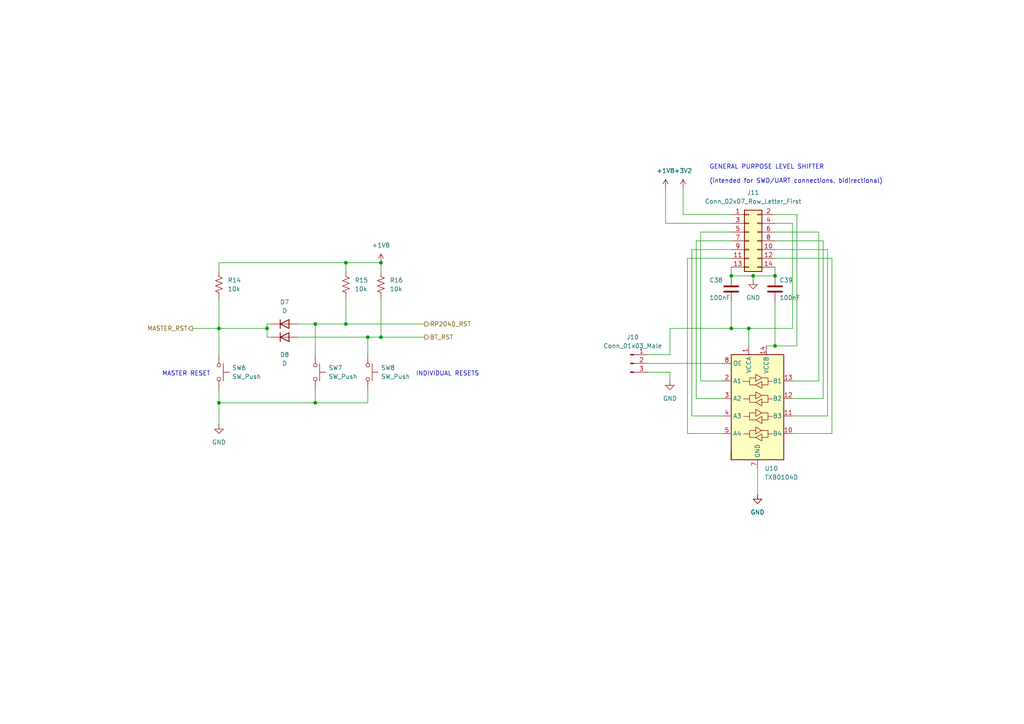
<source format=kicad_sch>
(kicad_sch (version 20230121) (generator eeschema)
  (paper "A4")
  (title_block (title "Debug (Resets & Voltage Shifter)") (rev "A") (company "Matthew Mirvish") (comment 1 "MWatch -- a cool smartwatch"))
  (lib_symbols
    (symbol "3v2:+3V2" (power) (pin_names (offset 0))
      (property "Value" "+3V2" (at 0 3.556 0))
      (symbol "+3V2_0_1"
        (polyline (pts (xy -0.762 1.27) (xy 0 2.54)))
        (polyline (pts (xy 0 0) (xy 0 2.54)))
        (polyline (pts (xy 0 2.54) (xy 0.762 1.27)))
      )
      (symbol "+3V2_1_1"
        (pin power_in line (at 0 0 90) (length 0) hide (name "+3V2") (number "1"))
      )
    )
    (symbol "Connector:Conn_01x03_Male" (pin_names (offset 1.016) hide)
      (property "Reference" "J" (at 0 5.08 0))
      (property "Value" "Conn_01x03_Male" (at 0 -5.08 0))
      (symbol "Conn_01x03_Male_1_1"
        (polyline (pts (xy 1.27 -2.54) (xy 0.8636 -2.54)) (stroke (width 0.1524)))
        (polyline (pts (xy 1.27 0) (xy 0.8636 0)) (stroke (width 0.1524)))
        (polyline (pts (xy 1.27 2.54) (xy 0.8636 2.54)) (stroke (width 0.1524)))
        (rectangle (start 0.8636 -2.413) (end 0 -2.667) (stroke (width 0.1524)) (fill (type outline)))
        (rectangle (start 0.8636 0.127) (end 0 -0.127) (stroke (width 0.1524)) (fill (type outline)))
        (rectangle (start 0.8636 2.667) (end 0 2.413) (stroke (width 0.1524)) (fill (type outline)))
        (pin passive line (at 5.08 2.54 180) (length 3.81) (name "Pin_1") (number "1"))
        (pin passive line (at 5.08 0 180) (length 3.81) (name "Pin_2") (number "2"))
        (pin passive line (at 5.08 -2.54 180) (length 3.81) (name "Pin_3") (number "3"))
      )
    )
    (symbol "Connector_Generic:Conn_02x07_Odd_Even" (pin_names (offset 1.016) hide)
      (property "Reference" "J" (at 1.27 10.16 0))
      (property "Value" "Conn_02x07_Odd_Even" (at 1.27 -10.16 0))
      (symbol "Conn_02x07_Odd_Even_1_1"
        (rectangle (start -1.27 -7.493) (end 0 -7.747) (stroke (width 0.1524)))
        (rectangle (start -1.27 -4.953) (end 0 -5.207) (stroke (width 0.1524)))
        (rectangle (start -1.27 -2.413) (end 0 -2.667) (stroke (width 0.1524)))
        (rectangle (start -1.27 0.127) (end 0 -0.127) (stroke (width 0.1524)))
        (rectangle (start -1.27 2.667) (end 0 2.413) (stroke (width 0.1524)))
        (rectangle (start -1.27 5.207) (end 0 4.953) (stroke (width 0.1524)))
        (rectangle (start -1.27 7.747) (end 0 7.493) (stroke (width 0.1524)))
        (rectangle (start -1.27 8.89) (end 3.81 -8.89) (stroke (width 0.254)) (fill (type background)))
        (rectangle (start 3.81 -7.493) (end 2.54 -7.747) (stroke (width 0.1524)))
        (rectangle (start 3.81 -4.953) (end 2.54 -5.207) (stroke (width 0.1524)))
        (rectangle (start 3.81 -2.413) (end 2.54 -2.667) (stroke (width 0.1524)))
        (rectangle (start 3.81 0.127) (end 2.54 -0.127) (stroke (width 0.1524)))
        (rectangle (start 3.81 2.667) (end 2.54 2.413) (stroke (width 0.1524)))
        (rectangle (start 3.81 5.207) (end 2.54 4.953) (stroke (width 0.1524)))
        (rectangle (start 3.81 7.747) (end 2.54 7.493) (stroke (width 0.1524)))
        (pin passive line (at -5.08 7.62 0) (length 3.81) (name "Pin_1") (number "1"))
        (pin passive line (at 7.62 -2.54 180) (length 3.81) (name "Pin_10") (number "10"))
        (pin passive line (at -5.08 -5.08 0) (length 3.81) (name "Pin_11") (number "11"))
        (pin passive line (at 7.62 -5.08 180) (length 3.81) (name "Pin_12") (number "12"))
        (pin passive line (at -5.08 -7.62 0) (length 3.81) (name "Pin_13") (number "13"))
        (pin passive line (at 7.62 -7.62 180) (length 3.81) (name "Pin_14") (number "14"))
        (pin passive line (at 7.62 7.62 180) (length 3.81) (name "Pin_2") (number "2"))
        (pin passive line (at -5.08 5.08 0) (length 3.81) (name "Pin_3") (number "3"))
        (pin passive line (at 7.62 5.08 180) (length 3.81) (name "Pin_4") (number "4"))
        (pin passive line (at -5.08 2.54 0) (length 3.81) (name "Pin_5") (number "5"))
        (pin passive line (at 7.62 2.54 180) (length 3.81) (name "Pin_6") (number "6"))
        (pin passive line (at -5.08 0 0) (length 3.81) (name "Pin_7") (number "7"))
        (pin passive line (at 7.62 0 180) (length 3.81) (name "Pin_8") (number "8"))
        (pin passive line (at -5.08 -2.54 0) (length 3.81) (name "Pin_9") (number "9"))
      )
    )
    (symbol "Device:C" (pin_numbers hide) (pin_names (offset 0.254))
      (property "Reference" "C" (at 0.635 2.54 0))
      (property "Value" "C" (at 0.635 -2.54 0))
      (symbol "C_0_1"
        (polyline (pts (xy -2.032 -0.762) (xy 2.032 -0.762)) (stroke (width 0.508)))
        (polyline (pts (xy -2.032 0.762) (xy 2.032 0.762)) (stroke (width 0.508)))
      )
      (symbol "C_1_1"
        (pin passive line (at 0 3.81 270) (length 2.794) (name "~") (number "1"))
        (pin passive line (at 0 -3.81 90) (length 2.794) (name "~") (number "2"))
      )
    )
    (symbol "Device:D" (pin_numbers hide) (pin_names (offset 1.016) hide)
      (property "Reference" "D" (at 0 2.54 0))
      (property "Value" "D" (at 0 -2.54 0))
      (symbol "D_0_1"
        (polyline (pts (xy -1.27 1.27) (xy -1.27 -1.27)) (stroke (width 0.254)))
        (polyline (pts (xy 1.27 0) (xy -1.27 0)))
        (polyline (pts (xy 1.27 1.27) (xy 1.27 -1.27) (xy -1.27 0) (xy 1.27 1.27)) (stroke (width 0.254)))
      )
      (symbol "D_1_1"
        (pin passive line (at -3.81 0 0) (length 2.54) (name "K") (number "1"))
        (pin passive line (at 3.81 0 180) (length 2.54) (name "A") (number "2"))
      )
    )
    (symbol "Device:R_US" (pin_numbers hide) (pin_names (offset 0))
      (property "Reference" "R" (at 2.54 0 90))
      (property "Value" "R_US" (at -2.54 0 90))
      (symbol "R_US_0_1"
        (polyline (pts (xy 0 -2.286) (xy 0 -2.54)))
        (polyline (pts (xy 0 2.286) (xy 0 2.54)))
        (polyline (pts (xy 0 -0.762) (xy 1.016 -1.143) (xy 0 -1.524) (xy -1.016 -1.905) (xy 0 -2.286)))
        (polyline (pts (xy 0 0.762) (xy 1.016 0.381) (xy 0 0) (xy -1.016 -0.381) (xy 0 -0.762)))
        (polyline (pts (xy 0 2.286) (xy 1.016 1.905) (xy 0 1.524) (xy -1.016 1.143) (xy 0 0.762)))
      )
      (symbol "R_US_1_1"
        (pin passive line (at 0 3.81 270) (length 1.27) (name "~") (number "1"))
        (pin passive line (at 0 -3.81 90) (length 1.27) (name "~") (number "2"))
      )
    )
    (symbol "Logic_LevelTranslator:TXB0104D"
      (property "Reference" "U" (at -6.35 16.51 0))
      (property "Value" "TXB0104D" (at 3.81 16.51 0))
      (symbol "TXB0104D_0_1"
        (rectangle (start -7.62 -15.24) (end -7.62 -12.7) (stroke (width 0.254)))
        (rectangle (start -7.62 15.24) (end 7.62 -15.24) (stroke (width 0.254)) (fill (type background)))
        (polyline (pts (xy -2.286 -7.747) (xy -2.286 -6.731) (xy -0.508 -6.731)))
        (polyline (pts (xy -2.286 -2.667) (xy -2.286 -1.651) (xy -0.508 -1.651)))
        (polyline (pts (xy -2.286 2.413) (xy -2.286 3.429) (xy -0.508 3.429)))
        (polyline (pts (xy -2.286 7.493) (xy -2.286 8.509) (xy -0.508 8.509)))
        (polyline (pts (xy 3.048 -7.747) (xy 3.048 -8.763) (xy 1.27 -8.763)))
        (polyline (pts (xy 3.048 -2.667) (xy 3.048 -3.683) (xy 1.27 -3.683)))
        (polyline (pts (xy 3.048 2.413) (xy 3.048 1.397) (xy 1.27 1.397)))
        (polyline (pts (xy 3.048 7.493) (xy 3.048 6.477) (xy 1.27 6.477)))
        (polyline (pts (xy -0.508 -8.763) (xy -2.286 -8.763) (xy -2.286 -7.747) (xy -4.064 -7.747)))
        (polyline (pts (xy -0.508 -8.763) (xy 1.27 -7.747) (xy 1.27 -9.779) (xy -0.508 -8.763)))
        (polyline (pts (xy -0.508 -3.683) (xy -2.286 -3.683) (xy -2.286 -2.667) (xy -4.064 -2.667)))
        (polyline (pts (xy -0.508 -3.683) (xy 1.27 -2.667) (xy 1.27 -4.699) (xy -0.508 -3.683)))
        (polyline (pts (xy -0.508 1.397) (xy -2.286 1.397) (xy -2.286 2.413) (xy -4.064 2.413)))
        (polyline (pts (xy -0.508 1.397) (xy 1.27 2.413) (xy 1.27 0.381) (xy -0.508 1.397)))
        (polyline (pts (xy -0.508 6.477) (xy -2.286 6.477) (xy -2.286 7.493) (xy -4.318 7.493)))
        (polyline (pts (xy -0.508 6.477) (xy 1.27 7.493) (xy 1.27 5.461) (xy -0.508 6.477)))
        (polyline (pts (xy 1.27 -6.731) (xy -0.508 -7.747) (xy -0.508 -5.715) (xy 1.27 -6.731)))
        (polyline (pts (xy 1.27 -6.731) (xy 3.048 -6.731) (xy 3.048 -7.747) (xy 4.318 -7.747)))
        (polyline (pts (xy 1.27 -1.651) (xy -0.508 -2.667) (xy -0.508 -0.635) (xy 1.27 -1.651)))
        (polyline (pts (xy 1.27 -1.651) (xy 3.048 -1.651) (xy 3.048 -2.667) (xy 4.318 -2.667)))
        (polyline (pts (xy 1.27 3.429) (xy -0.508 2.413) (xy -0.508 4.445) (xy 1.27 3.429)))
        (polyline (pts (xy 1.27 3.429) (xy 3.048 3.429) (xy 3.048 2.413) (xy 4.318 2.413)))
        (polyline (pts (xy 1.27 8.509) (xy -0.508 7.493) (xy -0.508 9.525) (xy 1.27 8.509)))
        (polyline (pts (xy 1.27 8.509) (xy 3.048 8.509) (xy 3.048 7.493) (xy 4.318 7.493)))
      )
      (symbol "TXB0104D_1_1"
        (pin power_in line (at -2.54 17.78 270) (length 2.54) (name "VCCA") (number "1"))
        (pin bidirectional line (at 10.16 -7.62 180) (length 2.54) (name "B4") (number "10"))
        (pin bidirectional line (at 10.16 -2.54 180) (length 2.54) (name "B3") (number "11"))
        (pin bidirectional line (at 10.16 2.54 180) (length 2.54) (name "B2") (number "12"))
        (pin bidirectional line (at 10.16 7.62 180) (length 2.54) (name "B1") (number "13"))
        (pin power_in line (at 2.54 17.78 270) (length 2.54) (name "VCCB") (number "14"))
        (pin bidirectional line (at -10.16 7.62 0) (length 2.54) (name "A1") (number "2"))
        (pin bidirectional line (at -10.16 2.54 0) (length 2.54) (name "A2") (number "3"))
        (pin bidirectional line (at -10.16 -2.54 0) (length 2.54) (name "A3") (number "4"))
        (pin bidirectional line (at -10.16 -7.62 0) (length 2.54) (name "A4") (number "5"))
        (pin no_connect line (at -10.16 -12.7 0) (length 2.54) hide (name "NC") (number "6"))
        (pin power_in line (at 0 -17.78 90) (length 2.54) (name "GND") (number "7"))
        (pin input line (at -10.16 12.7 0) (length 2.54) (name "OE") (number "8"))
        (pin no_connect line (at 10.16 -12.7 180) (length 2.54) hide (name "NC") (number "9"))
      )
    )
    (symbol "Switch:SW_Push" (pin_numbers hide) (pin_names (offset 1.016) hide)
      (property "Reference" "SW" (at 1.27 2.54 0))
      (property "Value" "SW_Push" (at 0 -1.524 0))
      (symbol "SW_Push_0_1"
        (circle (center -2.032 0) (radius 0.508))
        (polyline (pts (xy 0 1.27) (xy 0 3.048)))
        (polyline (pts (xy 2.54 1.27) (xy -2.54 1.27)))
        (circle (center 2.032 0) (radius 0.508))
        (pin passive line (at -5.08 0 0) (length 2.54) (name "1") (number "1"))
        (pin passive line (at 5.08 0 180) (length 2.54) (name "2") (number "2"))
      )
    )
    (symbol "power:+1V8" (power) (pin_names (offset 0))
      (property "Value" "+1V8" (at 0 3.556 0))
      (symbol "+1V8_0_1"
        (polyline (pts (xy -0.762 1.27) (xy 0 2.54)))
        (polyline (pts (xy 0 0) (xy 0 2.54)))
        (polyline (pts (xy 0 2.54) (xy 0.762 1.27)))
      )
      (symbol "+1V8_1_1"
        (pin power_in line (at 0 0 90) (length 0) hide (name "+1V8") (number "1"))
      )
    )
    (symbol "power:GND" (power) (pin_names (offset 0))
      (property "Value" "GND" (at 0 -3.81 0))
      (symbol "GND_0_1"
        (polyline (pts (xy 0 0) (xy 0 -1.27) (xy 1.27 -1.27) (xy 0 -2.54) (xy -1.27 -1.27) (xy 0 -1.27)))
      )
      (symbol "GND_1_1"
        (pin power_in line (at 0 0 270) (length 0) hide (name "GND") (number "1"))
      )
    )
  )
  (junction (at 106.68 97.79))
  (junction (at 91.44 93.98))
  (junction (at 224.79 80.01))
  (junction (at 100.33 76.2))
  (junction (at 224.79 100.33))
  (junction (at 217.17 95.25))
  (junction (at 212.09 80.01))
  (junction (at 77.47 95.25))
  (junction (at 212.09 95.25))
  (junction (at 110.49 97.79))
  (junction (at 218.44 80.01))
  (junction (at 63.5 95.25))
  (junction (at 91.44 116.84))
  (junction (at 63.5 116.84))
  (junction (at 100.33 93.98))
  (junction (at 110.49 76.2))
  (wire (pts (xy 110.49 86.36) (xy 110.49 97.79)))
  (wire (pts (xy 218.44 81.28) (xy 218.44 80.01)))
  (wire (pts (xy 212.09 62.23) (xy 198.12 62.23)))
  (wire (pts (xy 63.5 116.84) (xy 91.44 116.84)))
  (wire (pts (xy 241.3 74.93) (xy 224.79 74.93)))
  (wire (pts (xy 91.44 116.84) (xy 91.44 113.03)))
  (wire (pts (xy 212.09 95.25) (xy 194.31 95.25)))
  (wire (pts (xy 241.3 125.73) (xy 241.3 74.93)))
  (wire (pts (xy 63.5 76.2) (xy 63.5 78.74)))
  (wire (pts (xy 229.87 115.57) (xy 238.76 115.57)))
  (wire (pts (xy 110.49 76.2) (xy 100.33 76.2)))
  (wire (pts (xy 198.12 62.23) (xy 198.12 54.61)))
  (wire (pts (xy 224.79 64.77) (xy 229.87 64.77)))
  (wire (pts (xy 63.5 95.25) (xy 77.47 95.25)))
  (wire (pts (xy 187.96 105.41) (xy 209.55 105.41)))
  (wire (pts (xy 217.17 95.25) (xy 217.17 100.33)))
  (wire (pts (xy 209.55 110.49) (xy 203.2 110.49)))
  (wire (pts (xy 100.33 76.2) (xy 63.5 76.2)))
  (wire (pts (xy 222.25 100.33) (xy 224.79 100.33)))
  (wire (pts (xy 63.5 113.03) (xy 63.5 116.84)))
  (wire (pts (xy 106.68 113.03) (xy 106.68 116.84)))
  (wire (pts (xy 224.79 72.39) (xy 240.03 72.39)))
  (wire (pts (xy 224.79 67.31) (xy 237.49 67.31)))
  (wire (pts (xy 187.96 107.95) (xy 194.31 107.95)))
  (wire (pts (xy 77.47 95.25) (xy 77.47 97.79)))
  (wire (pts (xy 229.87 64.77) (xy 229.87 95.25)))
  (wire (pts (xy 194.31 110.49) (xy 194.31 107.95)))
  (wire (pts (xy 203.2 110.49) (xy 203.2 67.31)))
  (wire (pts (xy 63.5 116.84) (xy 63.5 123.19)))
  (wire (pts (xy 229.87 95.25) (xy 217.17 95.25)))
  (wire (pts (xy 238.76 69.85) (xy 224.79 69.85)))
  (wire (pts (xy 200.66 120.65) (xy 200.66 72.39)))
  (wire (pts (xy 219.71 135.89) (xy 219.71 143.51)))
  (wire (pts (xy 212.09 74.93) (xy 199.39 74.93)))
  (wire (pts (xy 194.31 95.25) (xy 194.31 102.87)))
  (wire (pts (xy 77.47 95.25) (xy 77.47 93.98)))
  (wire (pts (xy 63.5 86.36) (xy 63.5 95.25)))
  (wire (pts (xy 110.49 97.79) (xy 123.19 97.79)))
  (wire (pts (xy 55.88 95.25) (xy 63.5 95.25)))
  (wire (pts (xy 218.44 80.01) (xy 212.09 80.01)))
  (wire (pts (xy 200.66 72.39) (xy 212.09 72.39)))
  (wire (pts (xy 224.79 100.33) (xy 231.14 100.33)))
  (wire (pts (xy 203.2 67.31) (xy 212.09 67.31)))
  (wire (pts (xy 193.04 54.61) (xy 193.04 64.77)))
  (wire (pts (xy 218.44 80.01) (xy 224.79 80.01)))
  (wire (pts (xy 187.96 102.87) (xy 194.31 102.87)))
  (wire (pts (xy 224.79 87.63) (xy 224.79 100.33)))
  (wire (pts (xy 91.44 116.84) (xy 106.68 116.84)))
  (wire (pts (xy 106.68 97.79) (xy 106.68 102.87)))
  (wire (pts (xy 77.47 93.98) (xy 78.74 93.98)))
  (wire (pts (xy 77.47 97.79) (xy 78.74 97.79)))
  (wire (pts (xy 193.04 64.77) (xy 212.09 64.77)))
  (wire (pts (xy 199.39 125.73) (xy 209.55 125.73)))
  (wire (pts (xy 201.93 69.85) (xy 201.93 115.57)))
  (wire (pts (xy 209.55 120.65) (xy 200.66 120.65)))
  (wire (pts (xy 212.09 87.63) (xy 212.09 95.25)))
  (wire (pts (xy 231.14 100.33) (xy 231.14 62.23)))
  (wire (pts (xy 91.44 93.98) (xy 91.44 102.87)))
  (wire (pts (xy 237.49 110.49) (xy 229.87 110.49)))
  (wire (pts (xy 86.36 97.79) (xy 106.68 97.79)))
  (wire (pts (xy 217.17 95.25) (xy 212.09 95.25)))
  (wire (pts (xy 231.14 62.23) (xy 224.79 62.23)))
  (wire (pts (xy 229.87 125.73) (xy 241.3 125.73)))
  (wire (pts (xy 100.33 86.36) (xy 100.33 93.98)))
  (wire (pts (xy 100.33 93.98) (xy 123.19 93.98)))
  (wire (pts (xy 224.79 80.01) (xy 224.79 77.47)))
  (wire (pts (xy 240.03 72.39) (xy 240.03 120.65)))
  (wire (pts (xy 238.76 115.57) (xy 238.76 69.85)))
  (wire (pts (xy 237.49 67.31) (xy 237.49 110.49)))
  (wire (pts (xy 240.03 120.65) (xy 229.87 120.65)))
  (wire (pts (xy 63.5 102.87) (xy 63.5 95.25)))
  (wire (pts (xy 199.39 74.93) (xy 199.39 125.73)))
  (wire (pts (xy 106.68 97.79) (xy 110.49 97.79)))
  (wire (pts (xy 212.09 69.85) (xy 201.93 69.85)))
  (wire (pts (xy 86.36 93.98) (xy 91.44 93.98)))
  (wire (pts (xy 212.09 80.01) (xy 212.09 77.47)))
  (wire (pts (xy 100.33 76.2) (xy 100.33 78.74)))
  (wire (pts (xy 201.93 115.57) (xy 209.55 115.57)))
  (wire (pts (xy 91.44 93.98) (xy 100.33 93.98)))
  (wire (pts (xy 110.49 76.2) (xy 110.49 78.74)))
  (text "INDIVIDUAL RESETS" (at 120.65 109.22 0) (effects (font (size 1.27 1.27)) (justify left bottom)))
  (text "MASTER RESET" (at 46.99 109.22 0) (effects (font (size 1.27 1.27)) (justify left bottom)))
  (text "GENERAL PURPOSE LEVEL SHIFTER\n\n(intended for SWD/UART connections, bidirectional)" (at 205.74 53.34 0) (effects (font (size 1.27 1.27)) (justify left bottom)))
  (hierarchical_label "MASTER_RST" (shape output) (at 55.88 95.25 180))
  (hierarchical_label "RP2040_RST" (shape output) (at 123.19 93.98 0))
  (hierarchical_label "BT_RST" (shape output) (at 123.19 97.79 0))
  (symbol (lib_id "Switch:SW_Push") (at 63.5 107.95 270) (unit 1)
    (property "Reference" "SW6" (at 67.31 106.6799 90) (effects (justify left)))
    (property "Value" "SW_Push" (at 67.31 109.2199 90) (effects (justify left)))
    (property "Footprint" "Button_Switch_THT:SW_PUSH_6mm" (effects hide))
    (property "Description" "SWITCH TACTILE SPST-NO 0.05A 24V" (effects hide))
    (property "MPN" "B3F-1020" (effects hide))
  )
  (symbol (lib_id "Logic_LevelTranslator:TXB0104D") (at 219.71 118.11 0) (unit 1)
    (property "Reference" "U10" (at 221.7294 135.89 0) (effects (justify left)))
    (property "Value" "TXB0104D" (at 221.7294 138.43 0) (effects (justify left)))
    (property "Footprint" "Package_SO:SOIC-14_3.9x8.7mm_P1.27mm" (effects hide))
    (property "Datasheet" "http://www.ti.com/lit/ds/symlink/txb0104.pdf" (effects hide))
    (property "Description" "IC TRNSLTR BIDIRECTIONAL 14SOIC" (effects hide))
    (property "MPN" "TXB0104D" (effects hide))
  )
  (symbol (lib_id "power:+1V8") (at 193.04 54.61 0) (unit 1)
    (property "Reference" "#PWR041" (effects hide))
    (property "Value" "+1V8" (at 193.04 49.53 0))
  )
  (symbol (lib_id "3v2:+3V2") (at 198.12 54.61 0) (unit 1)
    (property "Reference" "#PWR043" (effects hide))
    (property "Value" "+3V2" (at 198.12 49.53 0))
  )
  (symbol (lib_id "Connector:Conn_01x03_Male") (at 182.88 105.41 0) (unit 1)
    (property "Reference" "J10" (at 183.515 97.79 0))
    (property "Value" "Conn_01x03_Male" (at 183.515 100.33 0))
    (property "Footprint" "Connector_PinHeader_2.54mm:PinHeader_1x03_P2.54mm_Vertical" (effects hide))
    (property "Description" "CONN HEADER VERT 3POS 2.54MM" (effects hide))
  )
  (symbol (lib_id "Device:C") (at 224.79 83.82 0) (unit 1)
    (property "Reference" "C39" (at 226.06 81.28 0) (effects (justify left)))
    (property "Value" "100nF" (at 226.06 86.36 0) (effects (justify left)))
    (property "Footprint" "Capacitor_SMD:C_0201_0603Metric" (effects hide))
    (property "Description" "CAP CERM 100nF +/10% 25V X5R 0201" (effects hide))
    (property "MPN" "CC0201KRX5R8BB104" (effects hide))
  )
  (symbol (lib_id "power:GND") (at 194.31 110.49 0) (unit 1)
    (property "Reference" "#PWR042" (effects hide))
    (property "Value" "GND" (at 194.31 115.57 0))
  )
  (symbol (lib_id "power:GND") (at 63.5 123.19 0) (unit 1)
    (property "Reference" "#PWR039" (effects hide))
    (property "Value" "GND" (at 63.5 128.27 0))
  )
  (symbol (lib_id "Device:R_US") (at 63.5 82.55 0) (unit 1)
    (property "Reference" "R14" (at 66.04 81.2799 0) (effects (justify left)))
    (property "Value" "10k" (at 66.04 83.8199 0) (effects (justify left)))
    (property "Footprint" "Resistor_SMD:R_0201_0603Metric" (effects hide))
    (property "Description" "RES SMD 10KOHM 1% 1/20W 0201" (effects hide))
    (property "MPN" "RC0201FR-0710KL" (effects hide))
  )
  (symbol (lib_id "power:GND") (at 219.71 143.51 0) (unit 1)
    (property "Reference" "#PWR045" (effects hide))
    (property "Value" "GND" (at 219.71 148.59 0))
  )
  (symbol (lib_id "power:+1V8") (at 110.49 76.2 0) (unit 1)
    (property "Reference" "#PWR040" (effects hide))
    (property "Value" "+1V8" (at 110.49 71.12 0))
  )
  (symbol (lib_id "power:GND") (at 219.71 143.51 0) (unit 1)
    (property "Reference" "#PWR046" (effects hide))
    (property "Value" "GND" (at 219.71 148.59 0))
  )
  (symbol (lib_id "Switch:SW_Push") (at 91.44 107.95 270) (unit 1)
    (property "Reference" "SW7" (at 95.25 106.6799 90) (effects (justify left)))
    (property "Value" "SW_Push" (at 95.25 109.2199 90) (effects (justify left)))
    (property "Footprint" "Button_Switch_THT:SW_PUSH_6mm" (effects hide))
    (property "Description" "SWITCH TACTILE SPST-NO 0.05A 24V" (effects hide))
    (property "MPN" "B3F-1020" (effects hide))
  )
  (symbol (lib_id "Device:C") (at 212.09 83.82 0) (unit 1)
    (property "Reference" "C38" (at 205.74 81.28 0) (effects (justify left)))
    (property "Value" "100nF" (at 205.74 86.36 0) (effects (justify left)))
    (property "Footprint" "Capacitor_SMD:C_0201_0603Metric" (effects hide))
    (property "Description" "CAP CERM 100nF +/10% 25V X5R 0201" (effects hide))
    (property "MPN" "CC0201KRX5R8BB104" (effects hide))
  )
  (symbol (lib_id "Connector_Generic:Conn_02x07_Odd_Even") (at 217.17 69.85 0) (unit 1)
    (property "Reference" "J11" (at 218.44 55.88 0))
    (property "Value" "Conn_02x07_Row_Letter_First" (at 218.44 58.42 0))
    (property "Footprint" "Connector_PinHeader_2.54mm:PinHeader_2x07_P2.54mm_Vertical" (effects hide))
    (property "Description" "CONN HEADER VERT 2x07POS 2.54MM" (effects hide))
  )
  (symbol (lib_id "Device:R_US") (at 100.33 82.55 0) (unit 1)
    (property "Reference" "R15" (at 102.87 81.2799 0) (effects (justify left)))
    (property "Value" "10k" (at 102.87 83.8199 0) (effects (justify left)))
    (property "Footprint" "Resistor_SMD:R_0201_0603Metric" (effects hide))
    (property "Description" "RES SMD 10KOHM 1% 1/20W 0201" (effects hide))
    (property "MPN" "RC0201FR-0710KL" (effects hide))
  )
  (symbol (lib_id "Switch:SW_Push") (at 106.68 107.95 270) (unit 1)
    (property "Reference" "SW8" (at 110.49 106.6799 90) (effects (justify left)))
    (property "Value" "SW_Push" (at 110.49 109.2199 90) (effects (justify left)))
    (property "Footprint" "Button_Switch_THT:SW_PUSH_6mm" (effects hide))
    (property "Description" "SWITCH TACTILE SPST-NO 0.05A 24V" (effects hide))
    (property "MPN" "B3F-1020" (effects hide))
  )
  (symbol (lib_id "Device:D") (at 82.55 97.79 0) (unit 1)
    (property "Reference" "D8" (at 82.55 102.87 0))
    (property "Value" "D" (at 82.55 105.41 0))
    (property "Footprint" "Diode_SMD:D_SOD-323" (effects hide))
    (property "Description" "DIODE SCHOTTKY 30V 1A USC" (effects hide))
    (property "MPN" "CUS10S30,H3F" (effects hide))
  )
  (symbol (lib_id "Device:R_US") (at 110.49 82.55 0) (unit 1)
    (property "Reference" "R16" (at 113.03 81.2799 0) (effects (justify left)))
    (property "Value" "10k" (at 113.03 83.8199 0) (effects (justify left)))
    (property "Footprint" "Resistor_SMD:R_0201_0603Metric" (effects hide))
    (property "Description" "RES SMD 10KOHM 1% 1/20W 0201" (effects hide))
    (property "MPN" "RC0201FR-0710KL" (effects hide))
  )
  (symbol (lib_id "Device:D") (at 82.55 93.98 0) (unit 1)
    (property "Reference" "D7" (at 82.55 87.63 0))
    (property "Value" "D" (at 82.55 90.17 0))
    (property "Footprint" "Diode_SMD:D_SOD-323" (effects hide))
    (property "Description" "DIODE SCHOTTKY 30V 1A USC" (effects hide))
    (property "MPN" "CUS10S30,H3F" (effects hide))
  )
  (symbol (lib_id "power:GND") (at 218.44 81.28 0) (unit 1)
    (property "Reference" "#PWR044" (effects hide))
    (property "Value" "GND" (at 218.44 86.36 0))
  )
)
</source>
